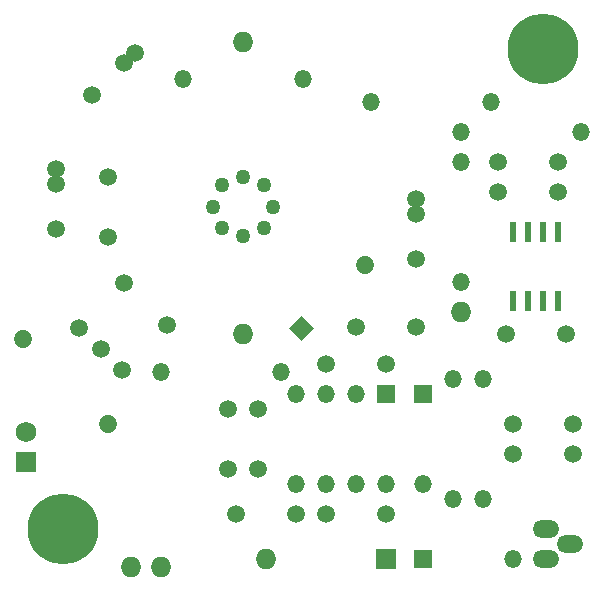
<source format=gts>
G04 (created by PCBNEW (22-Jun-2014 BZR 4027)-stable) date Fri 29 Dec 2017 01:44:44 PM CST*
%MOIN*%
G04 Gerber Fmt 3.4, Leading zero omitted, Abs format*
%FSLAX34Y34*%
G01*
G70*
G90*
G04 APERTURE LIST*
%ADD10C,0.00590551*%
%ADD11O,0.0885X0.059*%
%ADD12O,0.059X0.059*%
%ADD13C,0.059*%
%ADD14C,0.05*%
%ADD15R,0.059X0.059*%
%ADD16O,0.069X0.069*%
%ADD17C,0.23622*%
%ADD18C,0.059*%
%ADD19R,0.069X0.069*%
%ADD20C,0.069*%
%ADD21R,0.019X0.07*%
G04 APERTURE END LIST*
G54D10*
G54D11*
X95852Y-43250D03*
X96647Y-43750D03*
X95852Y-44250D03*
G54D12*
X92750Y-38250D03*
X92750Y-42250D03*
X93750Y-42250D03*
X93750Y-38250D03*
X83000Y-38000D03*
X87000Y-38000D03*
X83750Y-28250D03*
X87750Y-28250D03*
G54D13*
X81250Y-39750D02*
X81250Y-39750D01*
X78421Y-36921D02*
X78421Y-36921D01*
G54D14*
X85042Y-31792D03*
X86457Y-31792D03*
X86739Y-32500D03*
X85750Y-31510D03*
X86457Y-33207D03*
X85750Y-33489D03*
X85042Y-33207D03*
X84760Y-32500D03*
G54D15*
X90500Y-38750D03*
G54D12*
X89500Y-38750D03*
X88500Y-38750D03*
X87500Y-38750D03*
X87500Y-41750D03*
X88500Y-41750D03*
X90500Y-41750D03*
X89500Y-41750D03*
G54D16*
X83000Y-44500D03*
X82000Y-44500D03*
G54D17*
X95750Y-27250D03*
G54D18*
X80292Y-36542D03*
X81707Y-37957D03*
X81000Y-37250D03*
X94750Y-40750D03*
X96750Y-40750D03*
X91500Y-36500D03*
X89500Y-36500D03*
X85250Y-41250D03*
X85250Y-39250D03*
X86250Y-41250D03*
X86250Y-39250D03*
X88500Y-42750D03*
X90500Y-42750D03*
X81792Y-35042D03*
X83207Y-36457D03*
X81250Y-31500D03*
X81250Y-33500D03*
X96750Y-39750D03*
X94750Y-39750D03*
X90500Y-37750D03*
X88500Y-37750D03*
X87500Y-42750D03*
X85500Y-42750D03*
G54D16*
X85750Y-36750D03*
G54D19*
X90500Y-44250D03*
G54D16*
X86500Y-44250D03*
G54D15*
X91750Y-38750D03*
G54D12*
X91750Y-41750D03*
G54D10*
G36*
X87689Y-36143D02*
X88106Y-36560D01*
X87689Y-36977D01*
X87272Y-36560D01*
X87689Y-36143D01*
X87689Y-36143D01*
G37*
G54D13*
X89810Y-34439D02*
X89810Y-34439D01*
G54D15*
X91750Y-44250D03*
G54D12*
X94750Y-44250D03*
G54D18*
X82133Y-27366D03*
X80719Y-28780D03*
X81780Y-27719D03*
X79500Y-31250D03*
X79500Y-33250D03*
X79500Y-31750D03*
X91500Y-32250D03*
X91500Y-34250D03*
X91500Y-32750D03*
G54D19*
X78500Y-41000D03*
G54D20*
X78500Y-40000D03*
G54D17*
X79750Y-43250D03*
G54D16*
X85750Y-27000D03*
G54D21*
X96250Y-33350D03*
X95750Y-33350D03*
X95250Y-33350D03*
X94750Y-33350D03*
X94750Y-35650D03*
X95250Y-35650D03*
X95750Y-35650D03*
X96250Y-35650D03*
G54D12*
X90000Y-29000D03*
X94000Y-29000D03*
X97000Y-30000D03*
X93000Y-30000D03*
X93000Y-31000D03*
X93000Y-35000D03*
G54D18*
X94250Y-31000D03*
X96250Y-31000D03*
X96250Y-32000D03*
X94250Y-32000D03*
X96500Y-36750D03*
X94500Y-36750D03*
G54D16*
X93000Y-36000D03*
M02*

</source>
